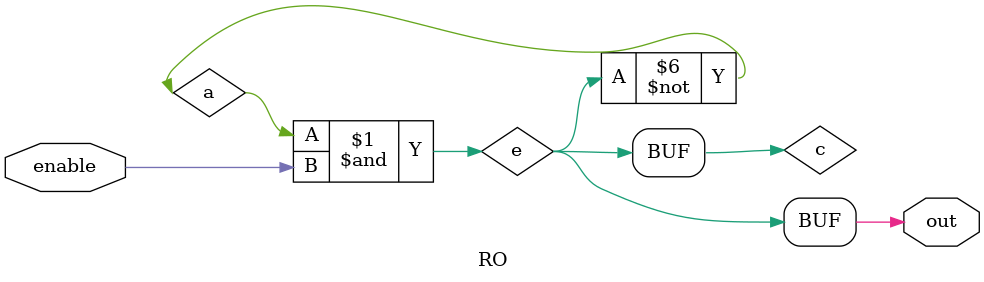
<source format=v>
`timescale 1ns / 1ps


module RO(input enable, output out);
    // note: Should probably be rewritten in VHDL instead of using the clunky "dont_touch"
    // works for now?
    
    // dont forget to use the following in constraints, 
    // replacing "testRO/a" with whatever net is given in the error message about timing loops
    //
    // ## Enable Security Wizardry
    // set_property ALLOW_COMBINATORIAL_LOOPS TRUE [get_nets testRO/a]
    (* KEEP, S = "true" *) wire a, b, c, d, e;
    (* KEEP, S = "true" *) nand (b, a, enable);
    (* KEEP, S = "true" *) not(c,b);
    (* KEEP, S = "true" *) not(d,c);
    (* KEEP, S = "true" *) not(e,d);
    (* KEEP, S = "true" *) not(a,e);
    (* KEEP, S = "true" *) not(out,a);
    
endmodule
</source>
